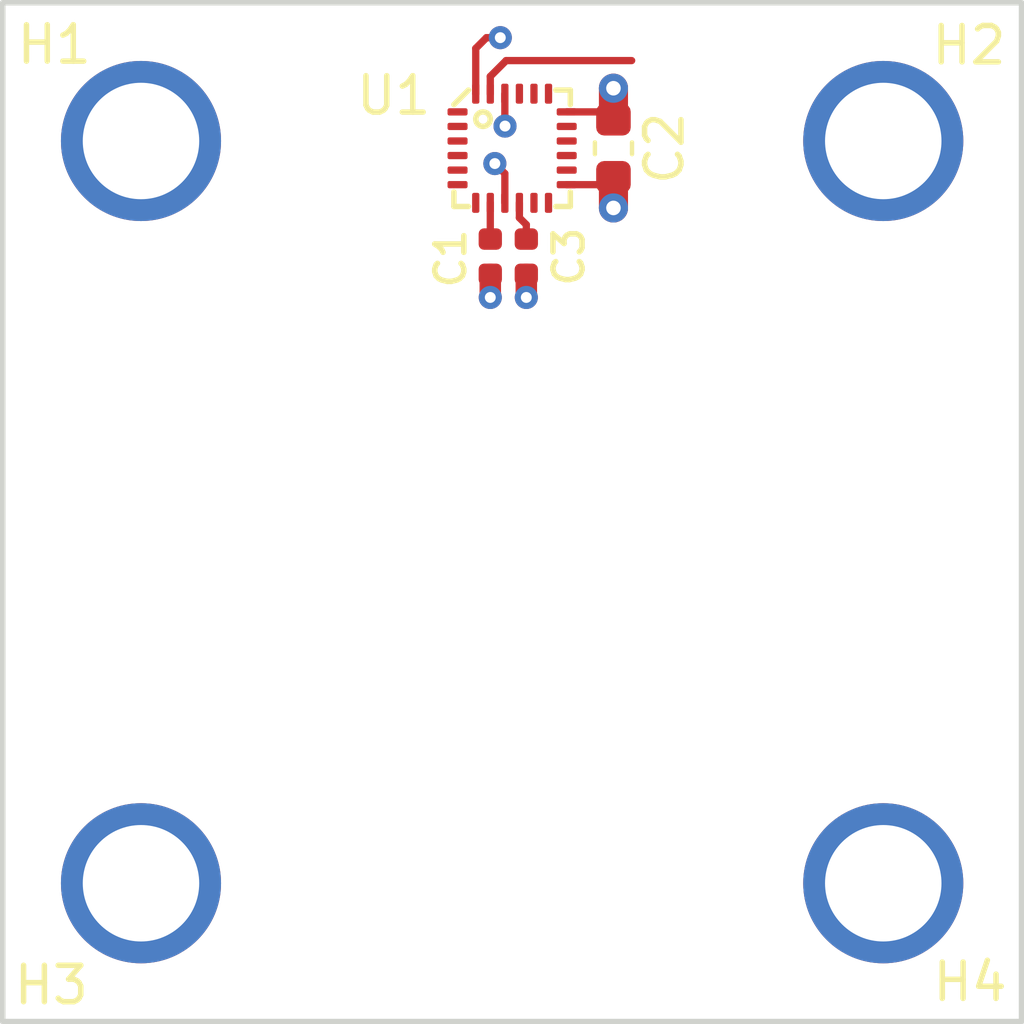
<source format=kicad_pcb>
(kicad_pcb (version 20171130) (host pcbnew 5.0.0-fee4fd1~66~ubuntu18.04.1)

  (general
    (thickness 1.6)
    (drawings 4)
    (tracks 31)
    (zones 0)
    (modules 8)
    (nets 25)
  )

  (page A4)
  (layers
    (0 F.Cu signal)
    (31 B.Cu signal)
    (32 B.Adhes user)
    (33 F.Adhes user)
    (34 B.Paste user)
    (35 F.Paste user)
    (36 B.SilkS user)
    (37 F.SilkS user)
    (38 B.Mask user)
    (39 F.Mask user)
    (40 Dwgs.User user)
    (41 Cmts.User user)
    (42 Eco1.User user)
    (43 Eco2.User user)
    (44 Edge.Cuts user)
    (45 Margin user)
    (46 B.CrtYd user)
    (47 F.CrtYd user)
    (48 B.Fab user)
    (49 F.Fab user hide)
  )

  (setup
    (last_trace_width 0.25)
    (user_trace_width 0.16)
    (user_trace_width 0.2)
    (user_trace_width 0.25)
    (user_trace_width 0.4)
    (user_trace_width 0.59)
    (user_trace_width 0.8)
    (trace_clearance 0.2)
    (zone_clearance 0.25)
    (zone_45_only yes)
    (trace_min 0.16)
    (segment_width 0.2)
    (edge_width 0.15)
    (via_size 0.635)
    (via_drill 0.3)
    (via_min_size 0.635)
    (via_min_drill 0.3)
    (user_via 0.635 0.3)
    (user_via 0.8 0.4)
    (uvia_size 0.3)
    (uvia_drill 0.1)
    (uvias_allowed no)
    (uvia_min_size 0.2)
    (uvia_min_drill 0.1)
    (pcb_text_width 0.3)
    (pcb_text_size 1.5 1.5)
    (mod_edge_width 0.15)
    (mod_text_size 1 1)
    (mod_text_width 0.15)
    (pad_size 4.4 4.4)
    (pad_drill 3.2)
    (pad_to_mask_clearance 0.2)
    (aux_axis_origin 100.005001 127.99)
    (grid_origin 100 100)
    (visible_elements FFFFFF7F)
    (pcbplotparams
      (layerselection 0x00028_ffffffff)
      (usegerberextensions false)
      (usegerberattributes false)
      (usegerberadvancedattributes false)
      (creategerberjobfile false)
      (excludeedgelayer true)
      (linewidth 0.100000)
      (plotframeref false)
      (viasonmask false)
      (mode 1)
      (useauxorigin false)
      (hpglpennumber 1)
      (hpglpenspeed 20)
      (hpglpendiameter 15.000000)
      (psnegative false)
      (psa4output false)
      (plotreference true)
      (plotvalue true)
      (plotinvisibletext false)
      (padsonsilk false)
      (subtractmaskfromsilk false)
      (outputformat 1)
      (mirror false)
      (drillshape 0)
      (scaleselection 1)
      (outputdirectory "/home/carlos/tmp/"))
  )

  (net 0 "")
  (net 1 GND)
  (net 2 +3V3)
  (net 3 /SCLK)
  (net 4 "Net-(U1-Pad21)")
  (net 5 "Net-(U1-Pad20)")
  (net 6 "Net-(U1-Pad19)")
  (net 7 "Net-(U1-Pad17)")
  (net 8 "Net-(U1-Pad16)")
  (net 9 "Net-(U1-Pad15)")
  (net 10 "Net-(U1-Pad14)")
  (net 11 "Net-(U1-Pad12)")
  (net 12 "Net-(U1-Pad11)")
  (net 13 /REGOUT)
  (net 14 +1V8)
  (net 15 "Net-(U1-Pad7)")
  (net 16 "Net-(U1-Pad6)")
  (net 17 "Net-(U1-Pad5)")
  (net 18 "Net-(U1-Pad4)")
  (net 19 "Net-(U1-Pad3)")
  (net 20 "Net-(U1-Pad2)")
  (net 21 "Net-(U1-Pad1)")
  (net 22 "/SDA(IN)")
  (net 23 /SDOUT)
  (net 24 /~CS)

  (net_class Default "This is the default net class."
    (clearance 0.2)
    (trace_width 0.25)
    (via_dia 0.635)
    (via_drill 0.3)
    (uvia_dia 0.3)
    (uvia_drill 0.1)
    (add_net +1V8)
    (add_net +3V3)
    (add_net /REGOUT)
    (add_net /SCLK)
    (add_net "/SDA(IN)")
    (add_net /SDOUT)
    (add_net /~CS)
    (add_net GND)
    (add_net "Net-(U1-Pad1)")
    (add_net "Net-(U1-Pad11)")
    (add_net "Net-(U1-Pad12)")
    (add_net "Net-(U1-Pad14)")
    (add_net "Net-(U1-Pad15)")
    (add_net "Net-(U1-Pad16)")
    (add_net "Net-(U1-Pad17)")
    (add_net "Net-(U1-Pad19)")
    (add_net "Net-(U1-Pad2)")
    (add_net "Net-(U1-Pad20)")
    (add_net "Net-(U1-Pad21)")
    (add_net "Net-(U1-Pad3)")
    (add_net "Net-(U1-Pad4)")
    (add_net "Net-(U1-Pad5)")
    (add_net "Net-(U1-Pad6)")
    (add_net "Net-(U1-Pad7)")
  )

  (module local:QFN-24_3x3mm_P0.4mm locked (layer F.Cu) (tedit 5BAE9FA5) (tstamp 5BAAD9FE)
    (at 114 104)
    (descr "24-Lead Plastic QFN (3mm x 3mm); Pitch 0.4mm")
    (tags "QFN 0.4")
    (path /5BA90C76)
    (attr smd)
    (fp_text reference U1 (at -3.254999 -1.45) (layer F.SilkS)
      (effects (font (size 1 1) (thickness 0.15)))
    )
    (fp_text value ICM-20948 (at 0 3.25) (layer F.Fab)
      (effects (font (size 1 1) (thickness 0.15)))
    )
    (fp_circle (center -0.8 -0.8) (end -0.6 -0.8) (layer F.SilkS) (width 0.15))
    (fp_text user %R (at 0 0) (layer F.Fab)
      (effects (font (size 0.7 0.7) (thickness 0.105)))
    )
    (fp_line (start -0.5 -1.5) (end 1.5 -1.5) (layer F.Fab) (width 0.15))
    (fp_line (start 1.5 -1.5) (end 1.5 1.5) (layer F.Fab) (width 0.15))
    (fp_line (start 1.5 1.5) (end -1.5 1.5) (layer F.Fab) (width 0.15))
    (fp_line (start -1.5 1.5) (end -1.5 -0.5) (layer F.Fab) (width 0.15))
    (fp_line (start -1.5 -0.5) (end -0.5 -1.5) (layer F.Fab) (width 0.15))
    (fp_line (start 2.05 -2.05) (end 2.05 2.05) (layer F.CrtYd) (width 0.05))
    (fp_line (start 2.05 2.05) (end -2.05 2.05) (layer F.CrtYd) (width 0.05))
    (fp_line (start -2.05 2.05) (end -2.05 -2.05) (layer F.CrtYd) (width 0.05))
    (fp_line (start -2.05 -2.05) (end 2.05 -2.05) (layer F.CrtYd) (width 0.05))
    (fp_line (start -1.6 1.6) (end -1.6 1.2) (layer F.SilkS) (width 0.15))
    (fp_line (start -1.6 1.6) (end -1.2 1.6) (layer F.SilkS) (width 0.15))
    (fp_line (start 1.6 1.6) (end 1.6 1.2) (layer F.SilkS) (width 0.15))
    (fp_line (start 1.6 1.6) (end 1.2 1.6) (layer F.SilkS) (width 0.15))
    (fp_line (start 1.6 -1.6) (end 1.6 -1.2) (layer F.SilkS) (width 0.15))
    (fp_line (start 1.6 -1.6) (end 1.2 -1.6) (layer F.SilkS) (width 0.15))
    (fp_line (start -1.6 -1.2) (end -1.2 -1.6) (layer F.SilkS) (width 0.15))
    (pad 1 smd roundrect (at -1.5 -1) (size 0.55 0.2) (layers F.Cu F.Paste F.Mask) (roundrect_rratio 0.25)
      (net 21 "Net-(U1-Pad1)"))
    (pad 2 smd roundrect (at -1.5 -0.6) (size 0.55 0.2) (layers F.Cu F.Paste F.Mask) (roundrect_rratio 0.25)
      (net 20 "Net-(U1-Pad2)"))
    (pad 3 smd roundrect (at -1.5 -0.2) (size 0.55 0.2) (layers F.Cu F.Paste F.Mask) (roundrect_rratio 0.25)
      (net 19 "Net-(U1-Pad3)"))
    (pad 4 smd roundrect (at -1.5 0.2) (size 0.55 0.2) (layers F.Cu F.Paste F.Mask) (roundrect_rratio 0.25)
      (net 18 "Net-(U1-Pad4)"))
    (pad 5 smd roundrect (at -1.5 0.6) (size 0.55 0.2) (layers F.Cu F.Paste F.Mask) (roundrect_rratio 0.25)
      (net 17 "Net-(U1-Pad5)"))
    (pad 6 smd roundrect (at -1.5 1) (size 0.55 0.2) (layers F.Cu F.Paste F.Mask) (roundrect_rratio 0.25)
      (net 16 "Net-(U1-Pad6)"))
    (pad 7 smd roundrect (at -1 1.5 90) (size 0.55 0.2) (layers F.Cu F.Paste F.Mask) (roundrect_rratio 0.25)
      (net 15 "Net-(U1-Pad7)"))
    (pad 8 smd roundrect (at -0.6 1.5 90) (size 0.55 0.2) (layers F.Cu F.Paste F.Mask) (roundrect_rratio 0.25)
      (net 14 +1V8))
    (pad 9 smd roundrect (at -0.2 1.5 90) (size 0.55 0.2) (layers F.Cu F.Paste F.Mask) (roundrect_rratio 0.25)
      (net 23 /SDOUT))
    (pad 10 smd roundrect (at 0.2 1.5 90) (size 0.55 0.2) (layers F.Cu F.Paste F.Mask) (roundrect_rratio 0.25)
      (net 13 /REGOUT))
    (pad 11 smd roundrect (at 0.6 1.5 90) (size 0.55 0.2) (layers F.Cu F.Paste F.Mask) (roundrect_rratio 0.25)
      (net 12 "Net-(U1-Pad11)"))
    (pad 12 smd roundrect (at 1 1.5 90) (size 0.55 0.2) (layers F.Cu F.Paste F.Mask) (roundrect_rratio 0.25)
      (net 11 "Net-(U1-Pad12)"))
    (pad 13 smd roundrect (at 1.5 1) (size 0.55 0.2) (layers F.Cu F.Paste F.Mask) (roundrect_rratio 0.25)
      (net 2 +3V3))
    (pad 14 smd roundrect (at 1.5 0.6) (size 0.55 0.2) (layers F.Cu F.Paste F.Mask) (roundrect_rratio 0.25)
      (net 10 "Net-(U1-Pad14)"))
    (pad 15 smd roundrect (at 1.5 0.2) (size 0.55 0.2) (layers F.Cu F.Paste F.Mask) (roundrect_rratio 0.25)
      (net 9 "Net-(U1-Pad15)"))
    (pad 16 smd roundrect (at 1.5 -0.2) (size 0.55 0.2) (layers F.Cu F.Paste F.Mask) (roundrect_rratio 0.25)
      (net 8 "Net-(U1-Pad16)"))
    (pad 17 smd roundrect (at 1.5 -0.6) (size 0.55 0.2) (layers F.Cu F.Paste F.Mask) (roundrect_rratio 0.25)
      (net 7 "Net-(U1-Pad17)"))
    (pad 18 smd roundrect (at 1.5 -1) (size 0.55 0.2) (layers F.Cu F.Paste F.Mask) (roundrect_rratio 0.25)
      (net 1 GND))
    (pad 19 smd roundrect (at 1 -1.5 90) (size 0.55 0.2) (layers F.Cu F.Paste F.Mask) (roundrect_rratio 0.25)
      (net 6 "Net-(U1-Pad19)"))
    (pad 20 smd roundrect (at 0.6 -1.5 90) (size 0.55 0.2) (layers F.Cu F.Paste F.Mask) (roundrect_rratio 0.25)
      (net 5 "Net-(U1-Pad20)"))
    (pad 21 smd roundrect (at 0.2 -1.5 90) (size 0.55 0.2) (layers F.Cu F.Paste F.Mask) (roundrect_rratio 0.25)
      (net 4 "Net-(U1-Pad21)"))
    (pad 22 smd roundrect (at -0.2 -1.5 90) (size 0.55 0.2) (layers F.Cu F.Paste F.Mask) (roundrect_rratio 0.25)
      (net 24 /~CS))
    (pad 23 smd roundrect (at -0.6 -1.5 90) (size 0.55 0.2) (layers F.Cu F.Paste F.Mask) (roundrect_rratio 0.25)
      (net 3 /SCLK))
    (pad 24 smd roundrect (at -1 -1.5 90) (size 0.55 0.2) (layers F.Cu F.Paste F.Mask) (roundrect_rratio 0.25)
      (net 22 "/SDA(IN)"))
    (model ${KISYS3DMOD}/Package_DFN_QFN.3dshapes/QFN-24_3x3mm_P0.4mm.wrl
      (at (xyz 0 0 0))
      (scale (xyz 1 1 1))
      (rotate (xyz 0 0 0))
    )
  )

  (module Capacitor_SMD:C_0402_1005Metric (layer F.Cu) (tedit 5B301BBE) (tstamp 5BAADA62)
    (at 114.39 106.98 270)
    (descr "Capacitor SMD 0402 (1005 Metric), square (rectangular) end terminal, IPC_7351 nominal, (Body size source: http://www.tortai-tech.com/upload/download/2011102023233369053.pdf), generated with kicad-footprint-generator")
    (tags capacitor)
    (path /5BAA74CF)
    (attr smd)
    (fp_text reference C3 (at 0 -1.17 270) (layer F.SilkS)
      (effects (font (size 0.8 0.8) (thickness 0.15)))
    )
    (fp_text value 0.1uF (at 0 1.17 270) (layer F.Fab)
      (effects (font (size 1 1) (thickness 0.15)))
    )
    (fp_text user %R (at 0 0 270) (layer F.Fab)
      (effects (font (size 0.25 0.25) (thickness 0.04)))
    )
    (fp_line (start 0.93 0.47) (end -0.93 0.47) (layer F.CrtYd) (width 0.05))
    (fp_line (start 0.93 -0.47) (end 0.93 0.47) (layer F.CrtYd) (width 0.05))
    (fp_line (start -0.93 -0.47) (end 0.93 -0.47) (layer F.CrtYd) (width 0.05))
    (fp_line (start -0.93 0.47) (end -0.93 -0.47) (layer F.CrtYd) (width 0.05))
    (fp_line (start 0.5 0.25) (end -0.5 0.25) (layer F.Fab) (width 0.1))
    (fp_line (start 0.5 -0.25) (end 0.5 0.25) (layer F.Fab) (width 0.1))
    (fp_line (start -0.5 -0.25) (end 0.5 -0.25) (layer F.Fab) (width 0.1))
    (fp_line (start -0.5 0.25) (end -0.5 -0.25) (layer F.Fab) (width 0.1))
    (pad 2 smd roundrect (at 0.485 0 270) (size 0.59 0.64) (layers F.Cu F.Paste F.Mask) (roundrect_rratio 0.25)
      (net 1 GND))
    (pad 1 smd roundrect (at -0.485 0 270) (size 0.59 0.64) (layers F.Cu F.Paste F.Mask) (roundrect_rratio 0.25)
      (net 13 /REGOUT))
    (model ${KISYS3DMOD}/Capacitor_SMD.3dshapes/C_0402_1005Metric.wrl
      (at (xyz 0 0 0))
      (scale (xyz 1 1 1))
      (rotate (xyz 0 0 0))
    )
  )

  (module Capacitor_SMD:C_0402_1005Metric (layer F.Cu) (tedit 5B301BBE) (tstamp 5BAADA53)
    (at 113.399999 106.98 270)
    (descr "Capacitor SMD 0402 (1005 Metric), square (rectangular) end terminal, IPC_7351 nominal, (Body size source: http://www.tortai-tech.com/upload/download/2011102023233369053.pdf), generated with kicad-footprint-generator")
    (tags capacitor)
    (path /5BA93915)
    (attr smd)
    (fp_text reference C1 (at 0.05 1.09 270) (layer F.SilkS)
      (effects (font (size 0.8 0.8) (thickness 0.15)))
    )
    (fp_text value 0.1uF (at 0 1.17 270) (layer F.Fab)
      (effects (font (size 1 1) (thickness 0.15)))
    )
    (fp_text user %R (at 0 0 270) (layer F.Fab)
      (effects (font (size 0.25 0.25) (thickness 0.04)))
    )
    (fp_line (start 0.93 0.47) (end -0.93 0.47) (layer F.CrtYd) (width 0.05))
    (fp_line (start 0.93 -0.47) (end 0.93 0.47) (layer F.CrtYd) (width 0.05))
    (fp_line (start -0.93 -0.47) (end 0.93 -0.47) (layer F.CrtYd) (width 0.05))
    (fp_line (start -0.93 0.47) (end -0.93 -0.47) (layer F.CrtYd) (width 0.05))
    (fp_line (start 0.5 0.25) (end -0.5 0.25) (layer F.Fab) (width 0.1))
    (fp_line (start 0.5 -0.25) (end 0.5 0.25) (layer F.Fab) (width 0.1))
    (fp_line (start -0.5 -0.25) (end 0.5 -0.25) (layer F.Fab) (width 0.1))
    (fp_line (start -0.5 0.25) (end -0.5 -0.25) (layer F.Fab) (width 0.1))
    (pad 2 smd roundrect (at 0.485 0 270) (size 0.59 0.64) (layers F.Cu F.Paste F.Mask) (roundrect_rratio 0.25)
      (net 1 GND))
    (pad 1 smd roundrect (at -0.485 0 270) (size 0.59 0.64) (layers F.Cu F.Paste F.Mask) (roundrect_rratio 0.25)
      (net 14 +1V8))
    (model ${KISYS3DMOD}/Capacitor_SMD.3dshapes/C_0402_1005Metric.wrl
      (at (xyz 0 0 0))
      (scale (xyz 1 1 1))
      (rotate (xyz 0 0 0))
    )
  )

  (module Capacitor_SMD:C_0603_1608Metric (layer F.Cu) (tedit 5B301BBE) (tstamp 5BAADA44)
    (at 116.784999 104 90)
    (descr "Capacitor SMD 0603 (1608 Metric), square (rectangular) end terminal, IPC_7351 nominal, (Body size source: http://www.tortai-tech.com/upload/download/2011102023233369053.pdf), generated with kicad-footprint-generator")
    (tags capacitor)
    (path /5BA9397F)
    (attr smd)
    (fp_text reference C2 (at 0 1.4 270) (layer F.SilkS)
      (effects (font (size 1 1) (thickness 0.15)))
    )
    (fp_text value 0.1uF (at 0 1.43 90) (layer F.Fab)
      (effects (font (size 1 1) (thickness 0.15)))
    )
    (fp_text user %R (at 0 0 90) (layer F.Fab)
      (effects (font (size 0.4 0.4) (thickness 0.06)))
    )
    (fp_line (start 1.48 0.73) (end -1.48 0.73) (layer F.CrtYd) (width 0.05))
    (fp_line (start 1.48 -0.73) (end 1.48 0.73) (layer F.CrtYd) (width 0.05))
    (fp_line (start -1.48 -0.73) (end 1.48 -0.73) (layer F.CrtYd) (width 0.05))
    (fp_line (start -1.48 0.73) (end -1.48 -0.73) (layer F.CrtYd) (width 0.05))
    (fp_line (start -0.162779 0.51) (end 0.162779 0.51) (layer F.SilkS) (width 0.12))
    (fp_line (start -0.162779 -0.51) (end 0.162779 -0.51) (layer F.SilkS) (width 0.12))
    (fp_line (start 0.8 0.4) (end -0.8 0.4) (layer F.Fab) (width 0.1))
    (fp_line (start 0.8 -0.4) (end 0.8 0.4) (layer F.Fab) (width 0.1))
    (fp_line (start -0.8 -0.4) (end 0.8 -0.4) (layer F.Fab) (width 0.1))
    (fp_line (start -0.8 0.4) (end -0.8 -0.4) (layer F.Fab) (width 0.1))
    (pad 2 smd roundrect (at 0.7875 0 90) (size 0.875 0.95) (layers F.Cu F.Paste F.Mask) (roundrect_rratio 0.25)
      (net 1 GND))
    (pad 1 smd roundrect (at -0.7875 0 90) (size 0.875 0.95) (layers F.Cu F.Paste F.Mask) (roundrect_rratio 0.25)
      (net 2 +3V3))
    (model ${KISYS3DMOD}/Capacitor_SMD.3dshapes/C_0603_1608Metric.wrl
      (at (xyz 0 0 0))
      (scale (xyz 1 1 1))
      (rotate (xyz 0 0 0))
    )
  )

  (module local:MountingHole_3.2mm (layer F.Cu) (tedit 5BA924DF) (tstamp 5BAADA1E)
    (at 124.2 124.2)
    (descr "Mounting Hole 3.2mm, M3")
    (tags "mounting hole 3.2mm m3")
    (path /5BA9262F)
    (attr virtual)
    (fp_text reference H4 (at 2.385001 2.71) (layer F.SilkS)
      (effects (font (size 1 1) (thickness 0.15)))
    )
    (fp_text value MountingHole (at 0 4.2) (layer F.Fab)
      (effects (font (size 1 1) (thickness 0.15)))
    )
    (fp_text user %R (at 0.3 0) (layer F.Fab)
      (effects (font (size 1 1) (thickness 0.15)))
    )
    (fp_circle (center 0 0) (end 2.34 0) (layer Cmts.User) (width 0.15))
    (fp_circle (center 0 0) (end 2.5 0) (layer F.CrtYd) (width 0.05))
    (pad 1 thru_hole circle (at 0 0) (size 4.4 4.4) (drill 3.2) (layers *.Cu *.Mask))
  )

  (module local:MountingHole_3.2mm (layer F.Cu) (tedit 5BA924DF) (tstamp 5BAADA16)
    (at 103.8 124.2)
    (descr "Mounting Hole 3.2mm, M3")
    (tags "mounting hole 3.2mm m3")
    (path /5BA926A7)
    (attr virtual)
    (fp_text reference H3 (at -2.464999 2.8) (layer F.SilkS)
      (effects (font (size 1 1) (thickness 0.15)))
    )
    (fp_text value MountingHole (at 0 4.2) (layer F.Fab)
      (effects (font (size 1 1) (thickness 0.15)))
    )
    (fp_text user %R (at 0.3 0) (layer F.Fab)
      (effects (font (size 1 1) (thickness 0.15)))
    )
    (fp_circle (center 0 0) (end 2.34 0) (layer Cmts.User) (width 0.15))
    (fp_circle (center 0 0) (end 2.5 0) (layer F.CrtYd) (width 0.05))
    (pad 1 thru_hole circle (at 0 0) (size 4.4 4.4) (drill 3.2) (layers *.Cu *.Mask))
  )

  (module local:MountingHole_3.2mm (layer F.Cu) (tedit 5BA924DF) (tstamp 5BAADA0E)
    (at 124.2 103.8)
    (descr "Mounting Hole 3.2mm, M3")
    (tags "mounting hole 3.2mm m3")
    (path /5BA9266D)
    (attr virtual)
    (fp_text reference H2 (at 2.355001 -2.63) (layer F.SilkS)
      (effects (font (size 1 1) (thickness 0.15)))
    )
    (fp_text value MountingHole (at 0 4.2) (layer F.Fab)
      (effects (font (size 1 1) (thickness 0.15)))
    )
    (fp_text user %R (at 0.3 0) (layer F.Fab)
      (effects (font (size 1 1) (thickness 0.15)))
    )
    (fp_circle (center 0 0) (end 2.34 0) (layer Cmts.User) (width 0.15))
    (fp_circle (center 0 0) (end 2.5 0) (layer F.CrtYd) (width 0.05))
    (pad 1 thru_hole circle (at 0 0) (size 4.4 4.4) (drill 3.2) (layers *.Cu *.Mask))
  )

  (module local:MountingHole_3.2mm (layer F.Cu) (tedit 5BA924DF) (tstamp 5BAADA06)
    (at 103.8 103.8)
    (descr "Mounting Hole 3.2mm, M3")
    (tags "mounting hole 3.2mm m3")
    (path /5BA925AE)
    (attr virtual)
    (fp_text reference H1 (at -2.384999 -2.65) (layer F.SilkS)
      (effects (font (size 1 1) (thickness 0.15)))
    )
    (fp_text value MountingHole (at 0 4.2) (layer F.Fab)
      (effects (font (size 1 1) (thickness 0.15)))
    )
    (fp_text user %R (at 0.3 0) (layer F.Fab)
      (effects (font (size 1 1) (thickness 0.15)))
    )
    (fp_circle (center 0 0) (end 2.34 0) (layer Cmts.User) (width 0.15))
    (fp_circle (center 0 0) (end 2.5 0) (layer F.CrtYd) (width 0.05))
    (pad 1 thru_hole circle (at 0 0) (size 4.4 4.4) (drill 3.2) (layers *.Cu *.Mask))
  )

  (gr_line (start 100 128) (end 100 100) (layer Edge.Cuts) (width 0.15))
  (gr_line (start 128 128) (end 100 128) (layer Edge.Cuts) (width 0.15))
  (gr_line (start 128 100) (end 128 128) (layer Edge.Cuts) (width 0.15))
  (gr_line (start 100 100) (end 128 100) (layer Edge.Cuts) (width 0.15))

  (segment (start 116.572499 103) (end 116.784999 103.2125) (width 0.2) (layer F.Cu) (net 1))
  (segment (start 115.5 103) (end 116.572499 103) (width 0.2) (layer F.Cu) (net 1))
  (via (at 116.784999 102.35) (size 0.8) (drill 0.4) (layers F.Cu B.Cu) (net 1) (status 40000))
  (segment (start 116.784999 103.2125) (end 116.784999 102.35) (width 0.8) (layer F.Cu) (net 1))
  (via (at 113.4 108.1) (size 0.635) (drill 0.3) (layers F.Cu B.Cu) (net 1) (status 40000))
  (segment (start 113.399999 107.465) (end 113.399999 108.099999) (width 0.59) (layer F.Cu) (net 1))
  (segment (start 113.399999 108.099999) (end 113.4 108.1) (width 0.4) (layer F.Cu) (net 1))
  (via (at 114.39 108.1) (size 0.635) (drill 0.3) (layers F.Cu B.Cu) (net 1) (status 40000))
  (segment (start 114.39 107.465) (end 114.39 108.1) (width 0.59) (layer F.Cu) (net 1))
  (segment (start 116.572499 105) (end 116.784999 104.7875) (width 0.2) (layer F.Cu) (net 2))
  (segment (start 115.5 105) (end 116.572499 105) (width 0.2) (layer F.Cu) (net 2))
  (via (at 116.784999 105.64) (size 0.8) (drill 0.4) (layers F.Cu B.Cu) (net 2) (status 40000))
  (segment (start 116.784999 104.7875) (end 116.784999 105.64) (width 0.8) (layer F.Cu) (net 2))
  (segment (start 113.4 102.025) (end 113.835001 101.589999) (width 0.2) (layer F.Cu) (net 3))
  (segment (start 113.4 102.5) (end 113.4 102.025) (width 0.2) (layer F.Cu) (net 3))
  (segment (start 113.835001 101.589999) (end 117.285 101.589999) (width 0.2) (layer F.Cu) (net 3))
  (segment (start 114.39 106.1) (end 114.39 106.495) (width 0.2) (layer F.Cu) (net 13))
  (segment (start 114.2 105.5) (end 114.2 105.91) (width 0.2) (layer F.Cu) (net 13))
  (segment (start 114.2 105.91) (end 114.39 106.1) (width 0.2) (layer F.Cu) (net 13))
  (segment (start 113.4 106.494999) (end 113.399999 106.495) (width 0.2) (layer F.Cu) (net 14))
  (segment (start 113.4 105.5) (end 113.4 106.494999) (width 0.2) (layer F.Cu) (net 14))
  (via (at 113.675001 100.96) (size 0.635) (drill 0.3) (layers F.Cu B.Cu) (net 22))
  (segment (start 113.295001 100.96) (end 113.675001 100.96) (width 0.2) (layer F.Cu) (net 22))
  (segment (start 113 102.5) (end 113 101.255001) (width 0.2) (layer F.Cu) (net 22))
  (segment (start 113 101.255001) (end 113.295001 100.96) (width 0.2) (layer F.Cu) (net 22))
  (via (at 113.525001 104.42) (size 0.635) (drill 0.3) (layers F.Cu B.Cu) (net 23))
  (segment (start 113.8 105.5) (end 113.8 104.694999) (width 0.2) (layer F.Cu) (net 23))
  (segment (start 113.8 104.694999) (end 113.525001 104.42) (width 0.2) (layer F.Cu) (net 23))
  (segment (start 113.8 102.5) (end 113.8 103.384999) (width 0.2) (layer F.Cu) (net 24))
  (via (at 113.805001 103.39) (size 0.635) (drill 0.3) (layers F.Cu B.Cu) (net 24))
  (segment (start 113.8 103.384999) (end 113.805001 103.39) (width 0.2) (layer F.Cu) (net 24))

)

</source>
